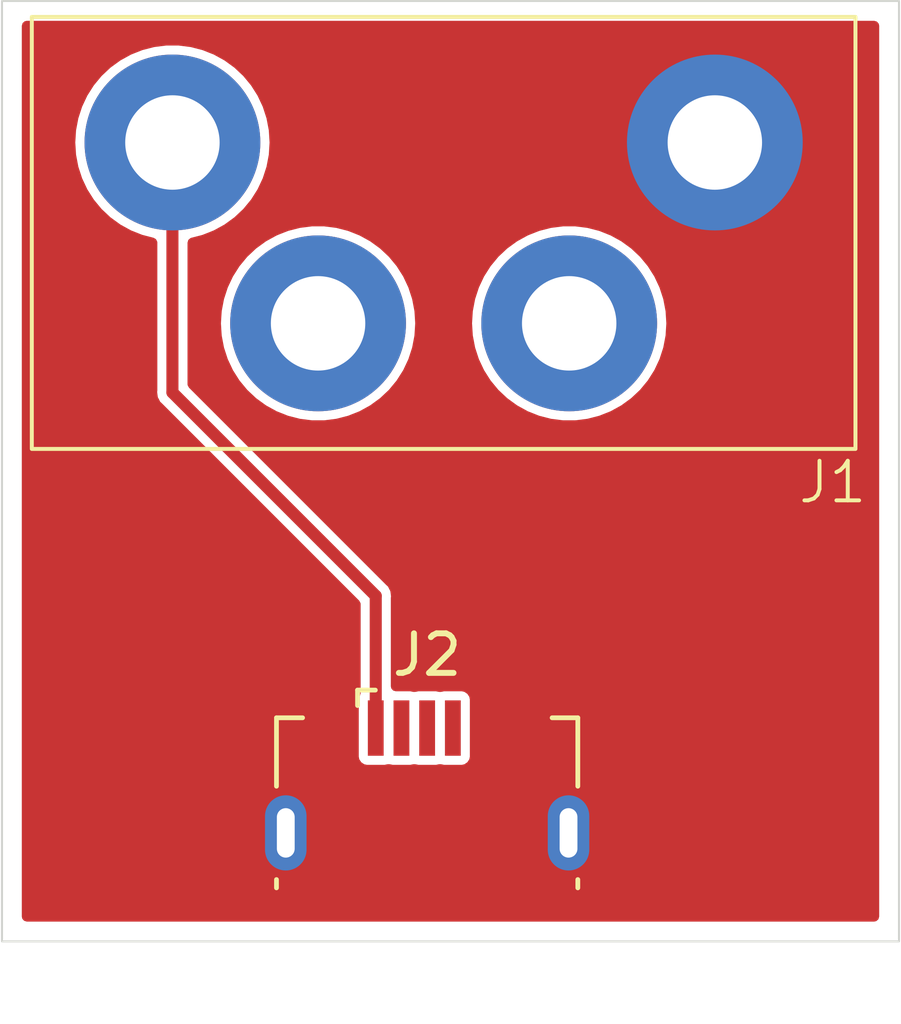
<source format=kicad_pcb>
(kicad_pcb (version 20221018) (generator pcbnew)
  (layers (0 "F.Cu" signal) (31 "B.Cu" signal) (34 "B.Paste" user) (35 "F.Paste" user) (36 "B.SilkS" user "B.Silkscreen") (37 "F.SilkS" user "F.Silkscreen") (38 "B.Mask" user) (39 "F.Mask" user) (44 "Edge.Cuts" user))
  (net 0 "")
  (net 3 "Net-(J1-Pin_4)")
  (net 7 "GND")
  (footprint "Connector_Vintage:colecovision_pcb_male" (layer "F.Cu") (at 155.9983 89.9375)
    (fp_text reference "J1" (at 9.8383 8.5891 unlocked) (layer "F.SilkS") (effects (font (thickness 0.1))))
    (fp_text value "Conn_01x04")
    (fp_rect (start -10.414 -3.175) (end 10.414 7.747) (stroke (width 0.1)) (fill none) (layer "F.SilkS"))
    (pad "1" thru_hole circle (at 6.858 0) (size 4.445 4.445) (drill 2.3876) (layers "*.Cu" "*.Mask") (net 7 "GND"))
    (pad "2" thru_hole circle (at 3.175 4.572) (size 4.445 4.445) (drill 2.3876) (layers "*.Cu" "*.Mask"))
    (pad "3" thru_hole circle (at -3.175 4.572) (size 4.445 4.445) (drill 2.3876) (layers "*.Cu" "*.Mask"))
    (pad "4" thru_hole circle (at -6.858 0) (size 4.445 4.445) (drill 2.3876) (layers "*.Cu" "*.Mask") (net 3 "Net-(J1-Pin_4)"))
  )
  (footprint "Connector_USB:USB_Micro-B_GCT_USB3076-30-A" (layer "F.Cu") (at 155.5814 106.1912)
    (fp_text reference "J2" (at 0 -3.3) (layer "F.SilkS"))
    (fp_text value "USB_B_Mini")
    (fp_line (start -3.81 -1.71) (end -3.15 -1.71) (stroke (width 0.12)) (layer "F.SilkS"))
    (fp_line (start -3.81 0.02) (end -3.81 -1.71) (stroke (width 0.12)) (layer "F.SilkS"))
    (fp_line (start -3.81 2.59) (end -3.81 2.38) (stroke (width 0.12)) (layer "F.SilkS"))
    (fp_line (start -1.76 -2.41) (end -1.76 -2.02) (stroke (width 0.12)) (layer "F.SilkS"))
    (fp_line (start -1.76 -2.41) (end -1.31 -2.41) (stroke (width 0.12)) (layer "F.SilkS"))
    (fp_line (start 3.81 -1.71) (end 3.16 -1.71) (stroke (width 0.12)) (layer "F.SilkS"))
    (fp_line (start 3.81 0.02) (end 3.81 -1.71) (stroke (width 0.12)) (layer "F.SilkS"))
    (fp_line (start 3.81 2.59) (end 3.81 2.38) (stroke (width 0.12)) (layer "F.SilkS"))
    (pad "1" smd rect (at -1.3 -1.45) (size 0.4 1.4) (layers "F.Cu" "F.Paste" "F.Mask") (net 3 "Net-(J1-Pin_4)"))
    (pad "2" smd rect (at -0.65 -1.45) (size 0.4 1.4) (layers "F.Cu" "F.Paste" "F.Mask"))
    (pad "3" smd rect (at 0 -1.45) (size 0.4 1.4) (layers "F.Cu" "F.Paste" "F.Mask"))
    (pad "4" smd rect (at 0.65 -1.45) (size 0.4 1.4) (layers "F.Cu" "F.Paste" "F.Mask"))
    (pad "5" smd rect (at 1.3 -1.45) (size 0.4 1.4) (layers "F.Cu" "F.Paste" "F.Mask") (net 7 "GND"))
    (pad "6" thru_hole oval (at -3.575 1.2 180) (size 1.05 1.9) (drill oval 0.45 1.25) (layers "*.Cu" "*.Mask") (net 7 "GND"))
    (pad "6" smd rect (at -2.32 -1.03) (size 1.15 1.45) (layers "F.Cu" "F.Paste" "F.Mask") (net 7 "GND"))
    (pad "6" smd rect (at -1.125 1.2) (size 1.75 1.9) (layers "F.Cu" "F.Paste" "F.Mask") (net 7 "GND"))
    (pad "6" smd rect (at 1.125 1.2) (size 1.75 1.9) (layers "F.Cu" "F.Paste" "F.Mask") (net 7 "GND"))
    (pad "6" smd rect (at 2.32 -1.03) (size 1.15 1.45) (layers "F.Cu" "F.Paste" "F.Mask") (net 7 "GND"))
    (pad "6" thru_hole oval (at 3.575 1.2) (size 1.05 1.9) (drill oval 0.45 1.25) (layers "*.Cu" "*.Mask") (net 7 "GND"))
  )
  (gr_rect (start 144.8308 86.36) (end 167.513 110.1344) (stroke (width 0.05)) (fill none) (layer "Edge.Cuts"))
  (segment (start 149.1403 96.2575) (end 149.1403 89.9375) (width 0.3048) (layer "F.Cu") (net 3))
  (segment (start 154.2814 101.3986) (end 149.1403 96.2575) (width 0.3048) (layer "F.Cu") (net 3))
  (segment (start 154.2814 104.7412) (end 154.2814 101.3986) (width 0.3048) (layer "F.Cu") (net 3))
  (zone (net 7) (net_name "GND") (layer "F.Cu") (name "gnd") (connect_pads yes (clearance 0.2286)) (min_thickness 0.254) (fill yes (thermal_gap 0.5) (thermal_bridge_width 0.5))
    (polygon (pts (xy 144.8562 86.4108) (xy 144.78 110.2106) (xy 167.4876 110.1852) (xy 167.5638 86.4108)))
  )
)
</source>
